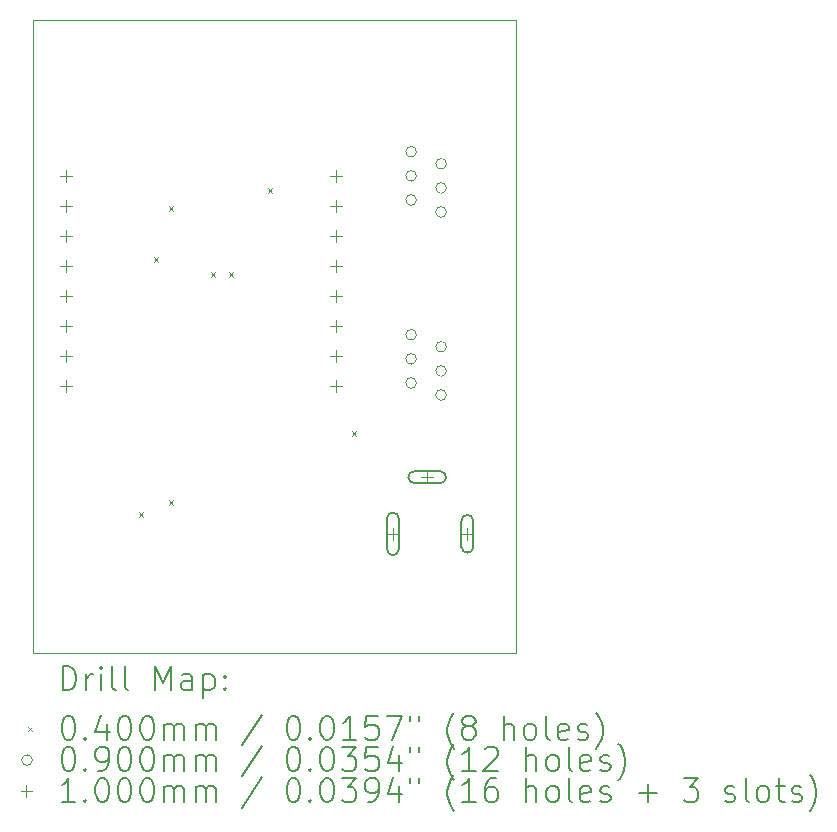
<source format=gbr>
%FSLAX45Y45*%
G04 Gerber Fmt 4.5, Leading zero omitted, Abs format (unit mm)*
G04 Created by KiCad (PCBNEW 6.0.6-3a73a75311~116~ubuntu21.10.1) date 2022-12-30 19:04:23*
%MOMM*%
%LPD*%
G01*
G04 APERTURE LIST*
%TA.AperFunction,Profile*%
%ADD10C,0.100000*%
%TD*%
%ADD11C,0.200000*%
%ADD12C,0.040000*%
%ADD13C,0.090000*%
%ADD14C,0.100000*%
G04 APERTURE END LIST*
D10*
X7264400Y-2362200D02*
X11353800Y-2362200D01*
X11353800Y-2362200D02*
X11353800Y-7721600D01*
X11353800Y-7721600D02*
X7264400Y-7721600D01*
X7264400Y-7721600D02*
X7264400Y-2362200D01*
D11*
D12*
X8158800Y-6533200D02*
X8198800Y-6573200D01*
X8198800Y-6533200D02*
X8158800Y-6573200D01*
X8285800Y-4374200D02*
X8325800Y-4414200D01*
X8325800Y-4374200D02*
X8285800Y-4414200D01*
X8412800Y-3942400D02*
X8452800Y-3982400D01*
X8452800Y-3942400D02*
X8412800Y-3982400D01*
X8412800Y-6431600D02*
X8452800Y-6471600D01*
X8452800Y-6431600D02*
X8412800Y-6471600D01*
X8768400Y-4501200D02*
X8808400Y-4541200D01*
X8808400Y-4501200D02*
X8768400Y-4541200D01*
X8920800Y-4501200D02*
X8960800Y-4541200D01*
X8960800Y-4501200D02*
X8920800Y-4541200D01*
X9251000Y-3790000D02*
X9291000Y-3830000D01*
X9291000Y-3790000D02*
X9251000Y-3830000D01*
X9962200Y-5847400D02*
X10002200Y-5887400D01*
X10002200Y-5847400D02*
X9962200Y-5887400D01*
D13*
X10511200Y-3479800D02*
G75*
G03*
X10511200Y-3479800I-45000J0D01*
G01*
X10511200Y-3683800D02*
G75*
G03*
X10511200Y-3683800I-45000J0D01*
G01*
X10511200Y-3887800D02*
G75*
G03*
X10511200Y-3887800I-45000J0D01*
G01*
X10511200Y-5029200D02*
G75*
G03*
X10511200Y-5029200I-45000J0D01*
G01*
X10511200Y-5233200D02*
G75*
G03*
X10511200Y-5233200I-45000J0D01*
G01*
X10511200Y-5437200D02*
G75*
G03*
X10511200Y-5437200I-45000J0D01*
G01*
X10765200Y-3581800D02*
G75*
G03*
X10765200Y-3581800I-45000J0D01*
G01*
X10765200Y-3785800D02*
G75*
G03*
X10765200Y-3785800I-45000J0D01*
G01*
X10765200Y-3989800D02*
G75*
G03*
X10765200Y-3989800I-45000J0D01*
G01*
X10765200Y-5131200D02*
G75*
G03*
X10765200Y-5131200I-45000J0D01*
G01*
X10765200Y-5335200D02*
G75*
G03*
X10765200Y-5335200I-45000J0D01*
G01*
X10765200Y-5539200D02*
G75*
G03*
X10765200Y-5539200I-45000J0D01*
G01*
D14*
X7541500Y-3633000D02*
X7541500Y-3733000D01*
X7491500Y-3683000D02*
X7591500Y-3683000D01*
X7541500Y-3887000D02*
X7541500Y-3987000D01*
X7491500Y-3937000D02*
X7591500Y-3937000D01*
X7541500Y-4141000D02*
X7541500Y-4241000D01*
X7491500Y-4191000D02*
X7591500Y-4191000D01*
X7541500Y-4395000D02*
X7541500Y-4495000D01*
X7491500Y-4445000D02*
X7591500Y-4445000D01*
X7541500Y-4649000D02*
X7541500Y-4749000D01*
X7491500Y-4699000D02*
X7591500Y-4699000D01*
X7541500Y-4903000D02*
X7541500Y-5003000D01*
X7491500Y-4953000D02*
X7591500Y-4953000D01*
X7541500Y-5157000D02*
X7541500Y-5257000D01*
X7491500Y-5207000D02*
X7591500Y-5207000D01*
X7541500Y-5411000D02*
X7541500Y-5511000D01*
X7491500Y-5461000D02*
X7591500Y-5461000D01*
X9827500Y-3633000D02*
X9827500Y-3733000D01*
X9777500Y-3683000D02*
X9877500Y-3683000D01*
X9827500Y-3887000D02*
X9827500Y-3987000D01*
X9777500Y-3937000D02*
X9877500Y-3937000D01*
X9827500Y-4141000D02*
X9827500Y-4241000D01*
X9777500Y-4191000D02*
X9877500Y-4191000D01*
X9827500Y-4395000D02*
X9827500Y-4495000D01*
X9777500Y-4445000D02*
X9877500Y-4445000D01*
X9827500Y-4649000D02*
X9827500Y-4749000D01*
X9777500Y-4699000D02*
X9877500Y-4699000D01*
X9827500Y-4903000D02*
X9827500Y-5003000D01*
X9777500Y-4953000D02*
X9877500Y-4953000D01*
X9827500Y-5157000D02*
X9827500Y-5257000D01*
X9777500Y-5207000D02*
X9877500Y-5207000D01*
X9827500Y-5411000D02*
X9827500Y-5511000D01*
X9777500Y-5461000D02*
X9877500Y-5461000D01*
X10312400Y-6664800D02*
X10312400Y-6764800D01*
X10262400Y-6714800D02*
X10362400Y-6714800D01*
D11*
X10362400Y-6844800D02*
X10362400Y-6584800D01*
X10262400Y-6844800D02*
X10262400Y-6584800D01*
X10362400Y-6584800D02*
G75*
G03*
X10262400Y-6584800I-50000J0D01*
G01*
X10262400Y-6844800D02*
G75*
G03*
X10362400Y-6844800I50000J0D01*
G01*
D14*
X10602400Y-6184800D02*
X10602400Y-6284800D01*
X10552400Y-6234800D02*
X10652400Y-6234800D01*
D11*
X10712400Y-6184800D02*
X10492400Y-6184800D01*
X10712400Y-6284800D02*
X10492400Y-6284800D01*
X10492400Y-6184800D02*
G75*
G03*
X10492400Y-6284800I0J-50000D01*
G01*
X10712400Y-6284800D02*
G75*
G03*
X10712400Y-6184800I0J50000D01*
G01*
D14*
X10942400Y-6664800D02*
X10942400Y-6764800D01*
X10892400Y-6714800D02*
X10992400Y-6714800D01*
D11*
X10992400Y-6824800D02*
X10992400Y-6604800D01*
X10892400Y-6824800D02*
X10892400Y-6604800D01*
X10992400Y-6604800D02*
G75*
G03*
X10892400Y-6604800I-50000J0D01*
G01*
X10892400Y-6824800D02*
G75*
G03*
X10992400Y-6824800I50000J0D01*
G01*
X7517019Y-8037076D02*
X7517019Y-7837076D01*
X7564638Y-7837076D01*
X7593209Y-7846600D01*
X7612257Y-7865648D01*
X7621781Y-7884695D01*
X7631305Y-7922790D01*
X7631305Y-7951362D01*
X7621781Y-7989457D01*
X7612257Y-8008505D01*
X7593209Y-8027552D01*
X7564638Y-8037076D01*
X7517019Y-8037076D01*
X7717019Y-8037076D02*
X7717019Y-7903743D01*
X7717019Y-7941838D02*
X7726543Y-7922790D01*
X7736067Y-7913267D01*
X7755114Y-7903743D01*
X7774162Y-7903743D01*
X7840828Y-8037076D02*
X7840828Y-7903743D01*
X7840828Y-7837076D02*
X7831305Y-7846600D01*
X7840828Y-7856124D01*
X7850352Y-7846600D01*
X7840828Y-7837076D01*
X7840828Y-7856124D01*
X7964638Y-8037076D02*
X7945590Y-8027552D01*
X7936067Y-8008505D01*
X7936067Y-7837076D01*
X8069400Y-8037076D02*
X8050352Y-8027552D01*
X8040828Y-8008505D01*
X8040828Y-7837076D01*
X8297971Y-8037076D02*
X8297971Y-7837076D01*
X8364638Y-7979933D01*
X8431305Y-7837076D01*
X8431305Y-8037076D01*
X8612257Y-8037076D02*
X8612257Y-7932314D01*
X8602733Y-7913267D01*
X8583686Y-7903743D01*
X8545590Y-7903743D01*
X8526543Y-7913267D01*
X8612257Y-8027552D02*
X8593210Y-8037076D01*
X8545590Y-8037076D01*
X8526543Y-8027552D01*
X8517019Y-8008505D01*
X8517019Y-7989457D01*
X8526543Y-7970409D01*
X8545590Y-7960886D01*
X8593210Y-7960886D01*
X8612257Y-7951362D01*
X8707495Y-7903743D02*
X8707495Y-8103743D01*
X8707495Y-7913267D02*
X8726543Y-7903743D01*
X8764638Y-7903743D01*
X8783686Y-7913267D01*
X8793210Y-7922790D01*
X8802733Y-7941838D01*
X8802733Y-7998981D01*
X8793210Y-8018028D01*
X8783686Y-8027552D01*
X8764638Y-8037076D01*
X8726543Y-8037076D01*
X8707495Y-8027552D01*
X8888448Y-8018028D02*
X8897971Y-8027552D01*
X8888448Y-8037076D01*
X8878924Y-8027552D01*
X8888448Y-8018028D01*
X8888448Y-8037076D01*
X8888448Y-7913267D02*
X8897971Y-7922790D01*
X8888448Y-7932314D01*
X8878924Y-7922790D01*
X8888448Y-7913267D01*
X8888448Y-7932314D01*
D12*
X7219400Y-8346600D02*
X7259400Y-8386600D01*
X7259400Y-8346600D02*
X7219400Y-8386600D01*
D11*
X7555114Y-8257076D02*
X7574162Y-8257076D01*
X7593209Y-8266600D01*
X7602733Y-8276124D01*
X7612257Y-8295171D01*
X7621781Y-8333267D01*
X7621781Y-8380886D01*
X7612257Y-8418981D01*
X7602733Y-8438029D01*
X7593209Y-8447552D01*
X7574162Y-8457076D01*
X7555114Y-8457076D01*
X7536067Y-8447552D01*
X7526543Y-8438029D01*
X7517019Y-8418981D01*
X7507495Y-8380886D01*
X7507495Y-8333267D01*
X7517019Y-8295171D01*
X7526543Y-8276124D01*
X7536067Y-8266600D01*
X7555114Y-8257076D01*
X7707495Y-8438029D02*
X7717019Y-8447552D01*
X7707495Y-8457076D01*
X7697971Y-8447552D01*
X7707495Y-8438029D01*
X7707495Y-8457076D01*
X7888448Y-8323743D02*
X7888448Y-8457076D01*
X7840828Y-8247552D02*
X7793209Y-8390410D01*
X7917019Y-8390410D01*
X8031305Y-8257076D02*
X8050352Y-8257076D01*
X8069400Y-8266600D01*
X8078924Y-8276124D01*
X8088448Y-8295171D01*
X8097971Y-8333267D01*
X8097971Y-8380886D01*
X8088448Y-8418981D01*
X8078924Y-8438029D01*
X8069400Y-8447552D01*
X8050352Y-8457076D01*
X8031305Y-8457076D01*
X8012257Y-8447552D01*
X8002733Y-8438029D01*
X7993209Y-8418981D01*
X7983686Y-8380886D01*
X7983686Y-8333267D01*
X7993209Y-8295171D01*
X8002733Y-8276124D01*
X8012257Y-8266600D01*
X8031305Y-8257076D01*
X8221781Y-8257076D02*
X8240828Y-8257076D01*
X8259876Y-8266600D01*
X8269400Y-8276124D01*
X8278924Y-8295171D01*
X8288448Y-8333267D01*
X8288448Y-8380886D01*
X8278924Y-8418981D01*
X8269400Y-8438029D01*
X8259876Y-8447552D01*
X8240828Y-8457076D01*
X8221781Y-8457076D01*
X8202733Y-8447552D01*
X8193209Y-8438029D01*
X8183686Y-8418981D01*
X8174162Y-8380886D01*
X8174162Y-8333267D01*
X8183686Y-8295171D01*
X8193209Y-8276124D01*
X8202733Y-8266600D01*
X8221781Y-8257076D01*
X8374162Y-8457076D02*
X8374162Y-8323743D01*
X8374162Y-8342790D02*
X8383686Y-8333267D01*
X8402733Y-8323743D01*
X8431305Y-8323743D01*
X8450352Y-8333267D01*
X8459876Y-8352314D01*
X8459876Y-8457076D01*
X8459876Y-8352314D02*
X8469400Y-8333267D01*
X8488448Y-8323743D01*
X8517019Y-8323743D01*
X8536067Y-8333267D01*
X8545590Y-8352314D01*
X8545590Y-8457076D01*
X8640829Y-8457076D02*
X8640829Y-8323743D01*
X8640829Y-8342790D02*
X8650352Y-8333267D01*
X8669400Y-8323743D01*
X8697971Y-8323743D01*
X8717019Y-8333267D01*
X8726543Y-8352314D01*
X8726543Y-8457076D01*
X8726543Y-8352314D02*
X8736067Y-8333267D01*
X8755114Y-8323743D01*
X8783686Y-8323743D01*
X8802733Y-8333267D01*
X8812257Y-8352314D01*
X8812257Y-8457076D01*
X9202733Y-8247552D02*
X9031305Y-8504695D01*
X9459876Y-8257076D02*
X9478924Y-8257076D01*
X9497971Y-8266600D01*
X9507495Y-8276124D01*
X9517019Y-8295171D01*
X9526543Y-8333267D01*
X9526543Y-8380886D01*
X9517019Y-8418981D01*
X9507495Y-8438029D01*
X9497971Y-8447552D01*
X9478924Y-8457076D01*
X9459876Y-8457076D01*
X9440829Y-8447552D01*
X9431305Y-8438029D01*
X9421781Y-8418981D01*
X9412257Y-8380886D01*
X9412257Y-8333267D01*
X9421781Y-8295171D01*
X9431305Y-8276124D01*
X9440829Y-8266600D01*
X9459876Y-8257076D01*
X9612257Y-8438029D02*
X9621781Y-8447552D01*
X9612257Y-8457076D01*
X9602733Y-8447552D01*
X9612257Y-8438029D01*
X9612257Y-8457076D01*
X9745590Y-8257076D02*
X9764638Y-8257076D01*
X9783686Y-8266600D01*
X9793210Y-8276124D01*
X9802733Y-8295171D01*
X9812257Y-8333267D01*
X9812257Y-8380886D01*
X9802733Y-8418981D01*
X9793210Y-8438029D01*
X9783686Y-8447552D01*
X9764638Y-8457076D01*
X9745590Y-8457076D01*
X9726543Y-8447552D01*
X9717019Y-8438029D01*
X9707495Y-8418981D01*
X9697971Y-8380886D01*
X9697971Y-8333267D01*
X9707495Y-8295171D01*
X9717019Y-8276124D01*
X9726543Y-8266600D01*
X9745590Y-8257076D01*
X10002733Y-8457076D02*
X9888448Y-8457076D01*
X9945590Y-8457076D02*
X9945590Y-8257076D01*
X9926543Y-8285648D01*
X9907495Y-8304695D01*
X9888448Y-8314219D01*
X10183686Y-8257076D02*
X10088448Y-8257076D01*
X10078924Y-8352314D01*
X10088448Y-8342790D01*
X10107495Y-8333267D01*
X10155114Y-8333267D01*
X10174162Y-8342790D01*
X10183686Y-8352314D01*
X10193210Y-8371362D01*
X10193210Y-8418981D01*
X10183686Y-8438029D01*
X10174162Y-8447552D01*
X10155114Y-8457076D01*
X10107495Y-8457076D01*
X10088448Y-8447552D01*
X10078924Y-8438029D01*
X10259876Y-8257076D02*
X10393210Y-8257076D01*
X10307495Y-8457076D01*
X10459876Y-8257076D02*
X10459876Y-8295171D01*
X10536067Y-8257076D02*
X10536067Y-8295171D01*
X10831305Y-8533267D02*
X10821781Y-8523743D01*
X10802733Y-8495171D01*
X10793210Y-8476124D01*
X10783686Y-8447552D01*
X10774162Y-8399933D01*
X10774162Y-8361838D01*
X10783686Y-8314219D01*
X10793210Y-8285648D01*
X10802733Y-8266600D01*
X10821781Y-8238028D01*
X10831305Y-8228505D01*
X10936067Y-8342790D02*
X10917019Y-8333267D01*
X10907495Y-8323743D01*
X10897971Y-8304695D01*
X10897971Y-8295171D01*
X10907495Y-8276124D01*
X10917019Y-8266600D01*
X10936067Y-8257076D01*
X10974162Y-8257076D01*
X10993210Y-8266600D01*
X11002733Y-8276124D01*
X11012257Y-8295171D01*
X11012257Y-8304695D01*
X11002733Y-8323743D01*
X10993210Y-8333267D01*
X10974162Y-8342790D01*
X10936067Y-8342790D01*
X10917019Y-8352314D01*
X10907495Y-8361838D01*
X10897971Y-8380886D01*
X10897971Y-8418981D01*
X10907495Y-8438029D01*
X10917019Y-8447552D01*
X10936067Y-8457076D01*
X10974162Y-8457076D01*
X10993210Y-8447552D01*
X11002733Y-8438029D01*
X11012257Y-8418981D01*
X11012257Y-8380886D01*
X11002733Y-8361838D01*
X10993210Y-8352314D01*
X10974162Y-8342790D01*
X11250352Y-8457076D02*
X11250352Y-8257076D01*
X11336067Y-8457076D02*
X11336067Y-8352314D01*
X11326543Y-8333267D01*
X11307495Y-8323743D01*
X11278924Y-8323743D01*
X11259876Y-8333267D01*
X11250352Y-8342790D01*
X11459876Y-8457076D02*
X11440828Y-8447552D01*
X11431305Y-8438029D01*
X11421781Y-8418981D01*
X11421781Y-8361838D01*
X11431305Y-8342790D01*
X11440828Y-8333267D01*
X11459876Y-8323743D01*
X11488448Y-8323743D01*
X11507495Y-8333267D01*
X11517019Y-8342790D01*
X11526543Y-8361838D01*
X11526543Y-8418981D01*
X11517019Y-8438029D01*
X11507495Y-8447552D01*
X11488448Y-8457076D01*
X11459876Y-8457076D01*
X11640828Y-8457076D02*
X11621781Y-8447552D01*
X11612257Y-8428505D01*
X11612257Y-8257076D01*
X11793209Y-8447552D02*
X11774162Y-8457076D01*
X11736067Y-8457076D01*
X11717019Y-8447552D01*
X11707495Y-8428505D01*
X11707495Y-8352314D01*
X11717019Y-8333267D01*
X11736067Y-8323743D01*
X11774162Y-8323743D01*
X11793209Y-8333267D01*
X11802733Y-8352314D01*
X11802733Y-8371362D01*
X11707495Y-8390410D01*
X11878924Y-8447552D02*
X11897971Y-8457076D01*
X11936067Y-8457076D01*
X11955114Y-8447552D01*
X11964638Y-8428505D01*
X11964638Y-8418981D01*
X11955114Y-8399933D01*
X11936067Y-8390410D01*
X11907495Y-8390410D01*
X11888448Y-8380886D01*
X11878924Y-8361838D01*
X11878924Y-8352314D01*
X11888448Y-8333267D01*
X11907495Y-8323743D01*
X11936067Y-8323743D01*
X11955114Y-8333267D01*
X12031305Y-8533267D02*
X12040828Y-8523743D01*
X12059876Y-8495171D01*
X12069400Y-8476124D01*
X12078924Y-8447552D01*
X12088448Y-8399933D01*
X12088448Y-8361838D01*
X12078924Y-8314219D01*
X12069400Y-8285648D01*
X12059876Y-8266600D01*
X12040828Y-8238028D01*
X12031305Y-8228505D01*
D13*
X7259400Y-8630600D02*
G75*
G03*
X7259400Y-8630600I-45000J0D01*
G01*
D11*
X7555114Y-8521076D02*
X7574162Y-8521076D01*
X7593209Y-8530600D01*
X7602733Y-8540124D01*
X7612257Y-8559171D01*
X7621781Y-8597267D01*
X7621781Y-8644886D01*
X7612257Y-8682981D01*
X7602733Y-8702029D01*
X7593209Y-8711552D01*
X7574162Y-8721076D01*
X7555114Y-8721076D01*
X7536067Y-8711552D01*
X7526543Y-8702029D01*
X7517019Y-8682981D01*
X7507495Y-8644886D01*
X7507495Y-8597267D01*
X7517019Y-8559171D01*
X7526543Y-8540124D01*
X7536067Y-8530600D01*
X7555114Y-8521076D01*
X7707495Y-8702029D02*
X7717019Y-8711552D01*
X7707495Y-8721076D01*
X7697971Y-8711552D01*
X7707495Y-8702029D01*
X7707495Y-8721076D01*
X7812257Y-8721076D02*
X7850352Y-8721076D01*
X7869400Y-8711552D01*
X7878924Y-8702029D01*
X7897971Y-8673457D01*
X7907495Y-8635362D01*
X7907495Y-8559171D01*
X7897971Y-8540124D01*
X7888448Y-8530600D01*
X7869400Y-8521076D01*
X7831305Y-8521076D01*
X7812257Y-8530600D01*
X7802733Y-8540124D01*
X7793209Y-8559171D01*
X7793209Y-8606790D01*
X7802733Y-8625838D01*
X7812257Y-8635362D01*
X7831305Y-8644886D01*
X7869400Y-8644886D01*
X7888448Y-8635362D01*
X7897971Y-8625838D01*
X7907495Y-8606790D01*
X8031305Y-8521076D02*
X8050352Y-8521076D01*
X8069400Y-8530600D01*
X8078924Y-8540124D01*
X8088448Y-8559171D01*
X8097971Y-8597267D01*
X8097971Y-8644886D01*
X8088448Y-8682981D01*
X8078924Y-8702029D01*
X8069400Y-8711552D01*
X8050352Y-8721076D01*
X8031305Y-8721076D01*
X8012257Y-8711552D01*
X8002733Y-8702029D01*
X7993209Y-8682981D01*
X7983686Y-8644886D01*
X7983686Y-8597267D01*
X7993209Y-8559171D01*
X8002733Y-8540124D01*
X8012257Y-8530600D01*
X8031305Y-8521076D01*
X8221781Y-8521076D02*
X8240828Y-8521076D01*
X8259876Y-8530600D01*
X8269400Y-8540124D01*
X8278924Y-8559171D01*
X8288448Y-8597267D01*
X8288448Y-8644886D01*
X8278924Y-8682981D01*
X8269400Y-8702029D01*
X8259876Y-8711552D01*
X8240828Y-8721076D01*
X8221781Y-8721076D01*
X8202733Y-8711552D01*
X8193209Y-8702029D01*
X8183686Y-8682981D01*
X8174162Y-8644886D01*
X8174162Y-8597267D01*
X8183686Y-8559171D01*
X8193209Y-8540124D01*
X8202733Y-8530600D01*
X8221781Y-8521076D01*
X8374162Y-8721076D02*
X8374162Y-8587743D01*
X8374162Y-8606790D02*
X8383686Y-8597267D01*
X8402733Y-8587743D01*
X8431305Y-8587743D01*
X8450352Y-8597267D01*
X8459876Y-8616314D01*
X8459876Y-8721076D01*
X8459876Y-8616314D02*
X8469400Y-8597267D01*
X8488448Y-8587743D01*
X8517019Y-8587743D01*
X8536067Y-8597267D01*
X8545590Y-8616314D01*
X8545590Y-8721076D01*
X8640829Y-8721076D02*
X8640829Y-8587743D01*
X8640829Y-8606790D02*
X8650352Y-8597267D01*
X8669400Y-8587743D01*
X8697971Y-8587743D01*
X8717019Y-8597267D01*
X8726543Y-8616314D01*
X8726543Y-8721076D01*
X8726543Y-8616314D02*
X8736067Y-8597267D01*
X8755114Y-8587743D01*
X8783686Y-8587743D01*
X8802733Y-8597267D01*
X8812257Y-8616314D01*
X8812257Y-8721076D01*
X9202733Y-8511552D02*
X9031305Y-8768695D01*
X9459876Y-8521076D02*
X9478924Y-8521076D01*
X9497971Y-8530600D01*
X9507495Y-8540124D01*
X9517019Y-8559171D01*
X9526543Y-8597267D01*
X9526543Y-8644886D01*
X9517019Y-8682981D01*
X9507495Y-8702029D01*
X9497971Y-8711552D01*
X9478924Y-8721076D01*
X9459876Y-8721076D01*
X9440829Y-8711552D01*
X9431305Y-8702029D01*
X9421781Y-8682981D01*
X9412257Y-8644886D01*
X9412257Y-8597267D01*
X9421781Y-8559171D01*
X9431305Y-8540124D01*
X9440829Y-8530600D01*
X9459876Y-8521076D01*
X9612257Y-8702029D02*
X9621781Y-8711552D01*
X9612257Y-8721076D01*
X9602733Y-8711552D01*
X9612257Y-8702029D01*
X9612257Y-8721076D01*
X9745590Y-8521076D02*
X9764638Y-8521076D01*
X9783686Y-8530600D01*
X9793210Y-8540124D01*
X9802733Y-8559171D01*
X9812257Y-8597267D01*
X9812257Y-8644886D01*
X9802733Y-8682981D01*
X9793210Y-8702029D01*
X9783686Y-8711552D01*
X9764638Y-8721076D01*
X9745590Y-8721076D01*
X9726543Y-8711552D01*
X9717019Y-8702029D01*
X9707495Y-8682981D01*
X9697971Y-8644886D01*
X9697971Y-8597267D01*
X9707495Y-8559171D01*
X9717019Y-8540124D01*
X9726543Y-8530600D01*
X9745590Y-8521076D01*
X9878924Y-8521076D02*
X10002733Y-8521076D01*
X9936067Y-8597267D01*
X9964638Y-8597267D01*
X9983686Y-8606790D01*
X9993210Y-8616314D01*
X10002733Y-8635362D01*
X10002733Y-8682981D01*
X9993210Y-8702029D01*
X9983686Y-8711552D01*
X9964638Y-8721076D01*
X9907495Y-8721076D01*
X9888448Y-8711552D01*
X9878924Y-8702029D01*
X10183686Y-8521076D02*
X10088448Y-8521076D01*
X10078924Y-8616314D01*
X10088448Y-8606790D01*
X10107495Y-8597267D01*
X10155114Y-8597267D01*
X10174162Y-8606790D01*
X10183686Y-8616314D01*
X10193210Y-8635362D01*
X10193210Y-8682981D01*
X10183686Y-8702029D01*
X10174162Y-8711552D01*
X10155114Y-8721076D01*
X10107495Y-8721076D01*
X10088448Y-8711552D01*
X10078924Y-8702029D01*
X10364638Y-8587743D02*
X10364638Y-8721076D01*
X10317019Y-8511552D02*
X10269400Y-8654410D01*
X10393210Y-8654410D01*
X10459876Y-8521076D02*
X10459876Y-8559171D01*
X10536067Y-8521076D02*
X10536067Y-8559171D01*
X10831305Y-8797267D02*
X10821781Y-8787743D01*
X10802733Y-8759171D01*
X10793210Y-8740124D01*
X10783686Y-8711552D01*
X10774162Y-8663933D01*
X10774162Y-8625838D01*
X10783686Y-8578219D01*
X10793210Y-8549648D01*
X10802733Y-8530600D01*
X10821781Y-8502029D01*
X10831305Y-8492505D01*
X11012257Y-8721076D02*
X10897971Y-8721076D01*
X10955114Y-8721076D02*
X10955114Y-8521076D01*
X10936067Y-8549648D01*
X10917019Y-8568695D01*
X10897971Y-8578219D01*
X11088448Y-8540124D02*
X11097971Y-8530600D01*
X11117019Y-8521076D01*
X11164638Y-8521076D01*
X11183686Y-8530600D01*
X11193209Y-8540124D01*
X11202733Y-8559171D01*
X11202733Y-8578219D01*
X11193209Y-8606790D01*
X11078924Y-8721076D01*
X11202733Y-8721076D01*
X11440828Y-8721076D02*
X11440828Y-8521076D01*
X11526543Y-8721076D02*
X11526543Y-8616314D01*
X11517019Y-8597267D01*
X11497971Y-8587743D01*
X11469400Y-8587743D01*
X11450352Y-8597267D01*
X11440828Y-8606790D01*
X11650352Y-8721076D02*
X11631305Y-8711552D01*
X11621781Y-8702029D01*
X11612257Y-8682981D01*
X11612257Y-8625838D01*
X11621781Y-8606790D01*
X11631305Y-8597267D01*
X11650352Y-8587743D01*
X11678924Y-8587743D01*
X11697971Y-8597267D01*
X11707495Y-8606790D01*
X11717019Y-8625838D01*
X11717019Y-8682981D01*
X11707495Y-8702029D01*
X11697971Y-8711552D01*
X11678924Y-8721076D01*
X11650352Y-8721076D01*
X11831305Y-8721076D02*
X11812257Y-8711552D01*
X11802733Y-8692505D01*
X11802733Y-8521076D01*
X11983686Y-8711552D02*
X11964638Y-8721076D01*
X11926543Y-8721076D01*
X11907495Y-8711552D01*
X11897971Y-8692505D01*
X11897971Y-8616314D01*
X11907495Y-8597267D01*
X11926543Y-8587743D01*
X11964638Y-8587743D01*
X11983686Y-8597267D01*
X11993209Y-8616314D01*
X11993209Y-8635362D01*
X11897971Y-8654410D01*
X12069400Y-8711552D02*
X12088448Y-8721076D01*
X12126543Y-8721076D01*
X12145590Y-8711552D01*
X12155114Y-8692505D01*
X12155114Y-8682981D01*
X12145590Y-8663933D01*
X12126543Y-8654410D01*
X12097971Y-8654410D01*
X12078924Y-8644886D01*
X12069400Y-8625838D01*
X12069400Y-8616314D01*
X12078924Y-8597267D01*
X12097971Y-8587743D01*
X12126543Y-8587743D01*
X12145590Y-8597267D01*
X12221781Y-8797267D02*
X12231305Y-8787743D01*
X12250352Y-8759171D01*
X12259876Y-8740124D01*
X12269400Y-8711552D01*
X12278924Y-8663933D01*
X12278924Y-8625838D01*
X12269400Y-8578219D01*
X12259876Y-8549648D01*
X12250352Y-8530600D01*
X12231305Y-8502029D01*
X12221781Y-8492505D01*
D14*
X7209400Y-8844600D02*
X7209400Y-8944600D01*
X7159400Y-8894600D02*
X7259400Y-8894600D01*
D11*
X7621781Y-8985076D02*
X7507495Y-8985076D01*
X7564638Y-8985076D02*
X7564638Y-8785076D01*
X7545590Y-8813648D01*
X7526543Y-8832695D01*
X7507495Y-8842219D01*
X7707495Y-8966029D02*
X7717019Y-8975552D01*
X7707495Y-8985076D01*
X7697971Y-8975552D01*
X7707495Y-8966029D01*
X7707495Y-8985076D01*
X7840828Y-8785076D02*
X7859876Y-8785076D01*
X7878924Y-8794600D01*
X7888448Y-8804124D01*
X7897971Y-8823171D01*
X7907495Y-8861267D01*
X7907495Y-8908886D01*
X7897971Y-8946981D01*
X7888448Y-8966029D01*
X7878924Y-8975552D01*
X7859876Y-8985076D01*
X7840828Y-8985076D01*
X7821781Y-8975552D01*
X7812257Y-8966029D01*
X7802733Y-8946981D01*
X7793209Y-8908886D01*
X7793209Y-8861267D01*
X7802733Y-8823171D01*
X7812257Y-8804124D01*
X7821781Y-8794600D01*
X7840828Y-8785076D01*
X8031305Y-8785076D02*
X8050352Y-8785076D01*
X8069400Y-8794600D01*
X8078924Y-8804124D01*
X8088448Y-8823171D01*
X8097971Y-8861267D01*
X8097971Y-8908886D01*
X8088448Y-8946981D01*
X8078924Y-8966029D01*
X8069400Y-8975552D01*
X8050352Y-8985076D01*
X8031305Y-8985076D01*
X8012257Y-8975552D01*
X8002733Y-8966029D01*
X7993209Y-8946981D01*
X7983686Y-8908886D01*
X7983686Y-8861267D01*
X7993209Y-8823171D01*
X8002733Y-8804124D01*
X8012257Y-8794600D01*
X8031305Y-8785076D01*
X8221781Y-8785076D02*
X8240828Y-8785076D01*
X8259876Y-8794600D01*
X8269400Y-8804124D01*
X8278924Y-8823171D01*
X8288448Y-8861267D01*
X8288448Y-8908886D01*
X8278924Y-8946981D01*
X8269400Y-8966029D01*
X8259876Y-8975552D01*
X8240828Y-8985076D01*
X8221781Y-8985076D01*
X8202733Y-8975552D01*
X8193209Y-8966029D01*
X8183686Y-8946981D01*
X8174162Y-8908886D01*
X8174162Y-8861267D01*
X8183686Y-8823171D01*
X8193209Y-8804124D01*
X8202733Y-8794600D01*
X8221781Y-8785076D01*
X8374162Y-8985076D02*
X8374162Y-8851743D01*
X8374162Y-8870790D02*
X8383686Y-8861267D01*
X8402733Y-8851743D01*
X8431305Y-8851743D01*
X8450352Y-8861267D01*
X8459876Y-8880314D01*
X8459876Y-8985076D01*
X8459876Y-8880314D02*
X8469400Y-8861267D01*
X8488448Y-8851743D01*
X8517019Y-8851743D01*
X8536067Y-8861267D01*
X8545590Y-8880314D01*
X8545590Y-8985076D01*
X8640829Y-8985076D02*
X8640829Y-8851743D01*
X8640829Y-8870790D02*
X8650352Y-8861267D01*
X8669400Y-8851743D01*
X8697971Y-8851743D01*
X8717019Y-8861267D01*
X8726543Y-8880314D01*
X8726543Y-8985076D01*
X8726543Y-8880314D02*
X8736067Y-8861267D01*
X8755114Y-8851743D01*
X8783686Y-8851743D01*
X8802733Y-8861267D01*
X8812257Y-8880314D01*
X8812257Y-8985076D01*
X9202733Y-8775552D02*
X9031305Y-9032695D01*
X9459876Y-8785076D02*
X9478924Y-8785076D01*
X9497971Y-8794600D01*
X9507495Y-8804124D01*
X9517019Y-8823171D01*
X9526543Y-8861267D01*
X9526543Y-8908886D01*
X9517019Y-8946981D01*
X9507495Y-8966029D01*
X9497971Y-8975552D01*
X9478924Y-8985076D01*
X9459876Y-8985076D01*
X9440829Y-8975552D01*
X9431305Y-8966029D01*
X9421781Y-8946981D01*
X9412257Y-8908886D01*
X9412257Y-8861267D01*
X9421781Y-8823171D01*
X9431305Y-8804124D01*
X9440829Y-8794600D01*
X9459876Y-8785076D01*
X9612257Y-8966029D02*
X9621781Y-8975552D01*
X9612257Y-8985076D01*
X9602733Y-8975552D01*
X9612257Y-8966029D01*
X9612257Y-8985076D01*
X9745590Y-8785076D02*
X9764638Y-8785076D01*
X9783686Y-8794600D01*
X9793210Y-8804124D01*
X9802733Y-8823171D01*
X9812257Y-8861267D01*
X9812257Y-8908886D01*
X9802733Y-8946981D01*
X9793210Y-8966029D01*
X9783686Y-8975552D01*
X9764638Y-8985076D01*
X9745590Y-8985076D01*
X9726543Y-8975552D01*
X9717019Y-8966029D01*
X9707495Y-8946981D01*
X9697971Y-8908886D01*
X9697971Y-8861267D01*
X9707495Y-8823171D01*
X9717019Y-8804124D01*
X9726543Y-8794600D01*
X9745590Y-8785076D01*
X9878924Y-8785076D02*
X10002733Y-8785076D01*
X9936067Y-8861267D01*
X9964638Y-8861267D01*
X9983686Y-8870790D01*
X9993210Y-8880314D01*
X10002733Y-8899362D01*
X10002733Y-8946981D01*
X9993210Y-8966029D01*
X9983686Y-8975552D01*
X9964638Y-8985076D01*
X9907495Y-8985076D01*
X9888448Y-8975552D01*
X9878924Y-8966029D01*
X10097971Y-8985076D02*
X10136067Y-8985076D01*
X10155114Y-8975552D01*
X10164638Y-8966029D01*
X10183686Y-8937457D01*
X10193210Y-8899362D01*
X10193210Y-8823171D01*
X10183686Y-8804124D01*
X10174162Y-8794600D01*
X10155114Y-8785076D01*
X10117019Y-8785076D01*
X10097971Y-8794600D01*
X10088448Y-8804124D01*
X10078924Y-8823171D01*
X10078924Y-8870790D01*
X10088448Y-8889838D01*
X10097971Y-8899362D01*
X10117019Y-8908886D01*
X10155114Y-8908886D01*
X10174162Y-8899362D01*
X10183686Y-8889838D01*
X10193210Y-8870790D01*
X10364638Y-8851743D02*
X10364638Y-8985076D01*
X10317019Y-8775552D02*
X10269400Y-8918410D01*
X10393210Y-8918410D01*
X10459876Y-8785076D02*
X10459876Y-8823171D01*
X10536067Y-8785076D02*
X10536067Y-8823171D01*
X10831305Y-9061267D02*
X10821781Y-9051743D01*
X10802733Y-9023171D01*
X10793210Y-9004124D01*
X10783686Y-8975552D01*
X10774162Y-8927933D01*
X10774162Y-8889838D01*
X10783686Y-8842219D01*
X10793210Y-8813648D01*
X10802733Y-8794600D01*
X10821781Y-8766029D01*
X10831305Y-8756505D01*
X11012257Y-8985076D02*
X10897971Y-8985076D01*
X10955114Y-8985076D02*
X10955114Y-8785076D01*
X10936067Y-8813648D01*
X10917019Y-8832695D01*
X10897971Y-8842219D01*
X11183686Y-8785076D02*
X11145590Y-8785076D01*
X11126543Y-8794600D01*
X11117019Y-8804124D01*
X11097971Y-8832695D01*
X11088448Y-8870790D01*
X11088448Y-8946981D01*
X11097971Y-8966029D01*
X11107495Y-8975552D01*
X11126543Y-8985076D01*
X11164638Y-8985076D01*
X11183686Y-8975552D01*
X11193209Y-8966029D01*
X11202733Y-8946981D01*
X11202733Y-8899362D01*
X11193209Y-8880314D01*
X11183686Y-8870790D01*
X11164638Y-8861267D01*
X11126543Y-8861267D01*
X11107495Y-8870790D01*
X11097971Y-8880314D01*
X11088448Y-8899362D01*
X11440828Y-8985076D02*
X11440828Y-8785076D01*
X11526543Y-8985076D02*
X11526543Y-8880314D01*
X11517019Y-8861267D01*
X11497971Y-8851743D01*
X11469400Y-8851743D01*
X11450352Y-8861267D01*
X11440828Y-8870790D01*
X11650352Y-8985076D02*
X11631305Y-8975552D01*
X11621781Y-8966029D01*
X11612257Y-8946981D01*
X11612257Y-8889838D01*
X11621781Y-8870790D01*
X11631305Y-8861267D01*
X11650352Y-8851743D01*
X11678924Y-8851743D01*
X11697971Y-8861267D01*
X11707495Y-8870790D01*
X11717019Y-8889838D01*
X11717019Y-8946981D01*
X11707495Y-8966029D01*
X11697971Y-8975552D01*
X11678924Y-8985076D01*
X11650352Y-8985076D01*
X11831305Y-8985076D02*
X11812257Y-8975552D01*
X11802733Y-8956505D01*
X11802733Y-8785076D01*
X11983686Y-8975552D02*
X11964638Y-8985076D01*
X11926543Y-8985076D01*
X11907495Y-8975552D01*
X11897971Y-8956505D01*
X11897971Y-8880314D01*
X11907495Y-8861267D01*
X11926543Y-8851743D01*
X11964638Y-8851743D01*
X11983686Y-8861267D01*
X11993209Y-8880314D01*
X11993209Y-8899362D01*
X11897971Y-8918410D01*
X12069400Y-8975552D02*
X12088448Y-8985076D01*
X12126543Y-8985076D01*
X12145590Y-8975552D01*
X12155114Y-8956505D01*
X12155114Y-8946981D01*
X12145590Y-8927933D01*
X12126543Y-8918410D01*
X12097971Y-8918410D01*
X12078924Y-8908886D01*
X12069400Y-8889838D01*
X12069400Y-8880314D01*
X12078924Y-8861267D01*
X12097971Y-8851743D01*
X12126543Y-8851743D01*
X12145590Y-8861267D01*
X12393209Y-8908886D02*
X12545590Y-8908886D01*
X12469400Y-8985076D02*
X12469400Y-8832695D01*
X12774162Y-8785076D02*
X12897971Y-8785076D01*
X12831305Y-8861267D01*
X12859876Y-8861267D01*
X12878924Y-8870790D01*
X12888448Y-8880314D01*
X12897971Y-8899362D01*
X12897971Y-8946981D01*
X12888448Y-8966029D01*
X12878924Y-8975552D01*
X12859876Y-8985076D01*
X12802733Y-8985076D01*
X12783686Y-8975552D01*
X12774162Y-8966029D01*
X13126543Y-8975552D02*
X13145590Y-8985076D01*
X13183686Y-8985076D01*
X13202733Y-8975552D01*
X13212257Y-8956505D01*
X13212257Y-8946981D01*
X13202733Y-8927933D01*
X13183686Y-8918410D01*
X13155114Y-8918410D01*
X13136067Y-8908886D01*
X13126543Y-8889838D01*
X13126543Y-8880314D01*
X13136067Y-8861267D01*
X13155114Y-8851743D01*
X13183686Y-8851743D01*
X13202733Y-8861267D01*
X13326543Y-8985076D02*
X13307495Y-8975552D01*
X13297971Y-8956505D01*
X13297971Y-8785076D01*
X13431305Y-8985076D02*
X13412257Y-8975552D01*
X13402733Y-8966029D01*
X13393209Y-8946981D01*
X13393209Y-8889838D01*
X13402733Y-8870790D01*
X13412257Y-8861267D01*
X13431305Y-8851743D01*
X13459876Y-8851743D01*
X13478924Y-8861267D01*
X13488448Y-8870790D01*
X13497971Y-8889838D01*
X13497971Y-8946981D01*
X13488448Y-8966029D01*
X13478924Y-8975552D01*
X13459876Y-8985076D01*
X13431305Y-8985076D01*
X13555114Y-8851743D02*
X13631305Y-8851743D01*
X13583686Y-8785076D02*
X13583686Y-8956505D01*
X13593209Y-8975552D01*
X13612257Y-8985076D01*
X13631305Y-8985076D01*
X13688448Y-8975552D02*
X13707495Y-8985076D01*
X13745590Y-8985076D01*
X13764638Y-8975552D01*
X13774162Y-8956505D01*
X13774162Y-8946981D01*
X13764638Y-8927933D01*
X13745590Y-8918410D01*
X13717019Y-8918410D01*
X13697971Y-8908886D01*
X13688448Y-8889838D01*
X13688448Y-8880314D01*
X13697971Y-8861267D01*
X13717019Y-8851743D01*
X13745590Y-8851743D01*
X13764638Y-8861267D01*
X13840828Y-9061267D02*
X13850352Y-9051743D01*
X13869400Y-9023171D01*
X13878924Y-9004124D01*
X13888448Y-8975552D01*
X13897971Y-8927933D01*
X13897971Y-8889838D01*
X13888448Y-8842219D01*
X13878924Y-8813648D01*
X13869400Y-8794600D01*
X13850352Y-8766029D01*
X13840828Y-8756505D01*
M02*

</source>
